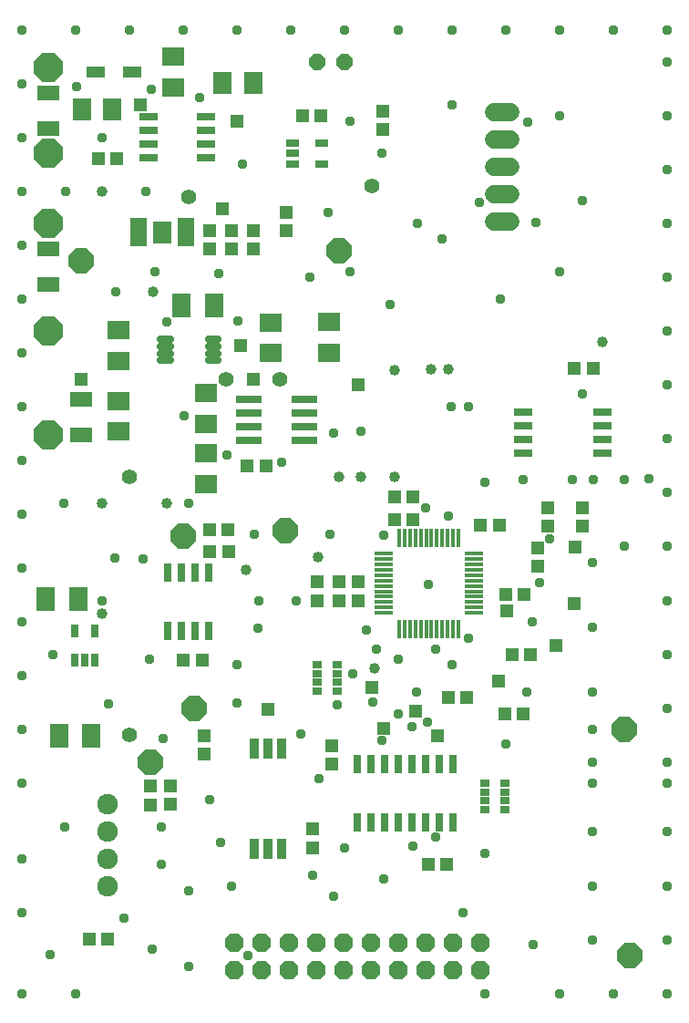
<source format=gbr>
G04 EAGLE Gerber RS-274X export*
G75*
%MOMM*%
%FSLAX34Y34*%
%LPD*%
%INSoldermask Top*%
%IPPOS*%
%AMOC8*
5,1,8,0,0,1.08239X$1,22.5*%
G01*
%ADD10R,1.703200X2.203200*%
%ADD11R,1.253200X1.283200*%
%ADD12R,1.283200X1.253200*%
%ADD13R,1.741400X0.771200*%
%ADD14R,1.803200X1.003200*%
%ADD15R,2.403200X0.803200*%
%ADD16R,0.853200X1.853200*%
%ADD17P,1.869504X8X202.500000*%
%ADD18C,1.727200*%
%ADD19P,1.649562X8X202.500000*%
%ADD20R,2.006200X1.803200*%
%ADD21R,1.303200X1.203200*%
%ADD22R,1.203200X1.303200*%
%ADD23R,0.811800X0.672800*%
%ADD24R,1.803200X2.006200*%
%ADD25R,1.665200X0.442600*%
%ADD26R,0.442600X1.665200*%
%ADD27R,0.671200X1.175500*%
%ADD28R,0.771200X1.658100*%
%ADD29C,1.917700*%
%ADD30C,0.653200*%
%ADD31R,1.531100X0.644200*%
%ADD32R,1.773200X2.093200*%
%ADD33R,1.716000X0.745800*%
%ADD34R,1.175500X0.671200*%
%ADD35R,2.003200X1.403200*%
%ADD36P,2.969212X8X22.500000*%
%ADD37R,1.203200X1.203200*%
%ADD38P,2.556822X8X22.500000*%
%ADD39C,0.959600*%
%ADD40C,1.403200*%
%ADD41C,1.009600*%


D10*
X69600Y244000D03*
X39600Y244000D03*
D11*
X351150Y444600D03*
X368650Y444600D03*
D12*
X279400Y387210D03*
X279400Y369710D03*
X299600Y387190D03*
X299600Y369690D03*
X317500Y387210D03*
X317500Y369710D03*
D11*
X214550Y494600D03*
X232050Y494600D03*
D10*
X183800Y644000D03*
X153800Y644000D03*
D11*
X536250Y585400D03*
X518750Y585400D03*
D12*
X275400Y140330D03*
X275400Y157830D03*
X293330Y235390D03*
X293330Y217890D03*
D10*
X57450Y371070D03*
X27450Y371070D03*
D11*
X179440Y435800D03*
X196940Y435800D03*
X179550Y415400D03*
X197050Y415400D03*
X155550Y314600D03*
X173050Y314600D03*
X85250Y55400D03*
X67750Y55400D03*
D12*
X124630Y197850D03*
X124630Y180350D03*
X143610Y197880D03*
X143610Y180380D03*
D11*
X351250Y466270D03*
X368750Y466270D03*
D13*
X122603Y818850D03*
X122603Y806150D03*
X122603Y793450D03*
X122603Y780750D03*
X176197Y780750D03*
X176197Y793450D03*
X176197Y806150D03*
X176197Y818850D03*
D14*
X73510Y860940D03*
X107510Y860940D03*
D15*
X267900Y530950D03*
X215900Y530950D03*
X267900Y518250D03*
X267900Y543650D03*
X267900Y556350D03*
X215900Y518250D03*
X215900Y543650D03*
X215900Y556350D03*
D16*
X246390Y232170D03*
X233690Y232170D03*
X220990Y232170D03*
X220990Y139170D03*
X233690Y139170D03*
X246390Y139170D03*
D17*
X431000Y26900D03*
X405600Y26900D03*
X380200Y26900D03*
X354800Y26900D03*
X329400Y26900D03*
X304000Y26900D03*
X278600Y26900D03*
X253200Y26900D03*
X227800Y26900D03*
X202400Y26900D03*
X431000Y52300D03*
X405600Y52300D03*
X380200Y52300D03*
X354800Y52300D03*
X329400Y52300D03*
X304000Y52300D03*
X278600Y52300D03*
X253200Y52300D03*
X227800Y52300D03*
X202400Y52300D03*
D18*
X444080Y722000D02*
X459320Y722000D01*
X459320Y747400D02*
X444080Y747400D01*
X444080Y772800D02*
X459320Y772800D01*
X459320Y798200D02*
X444080Y798200D01*
X444080Y823600D02*
X459320Y823600D01*
D19*
X305300Y870200D03*
X279900Y870200D03*
D20*
X95200Y621120D03*
X95200Y592680D03*
D21*
X484500Y418900D03*
X484500Y401900D03*
X494030Y455800D03*
X494030Y438800D03*
X525970Y438860D03*
X525970Y455860D03*
D22*
X460460Y319800D03*
X477460Y319800D03*
X454800Y375300D03*
X471800Y375300D03*
X471000Y264700D03*
X454000Y264700D03*
X383200Y125300D03*
X400200Y125300D03*
D21*
X174700Y227400D03*
X174700Y244400D03*
D20*
X95200Y555420D03*
X95200Y526980D03*
D23*
X435272Y200182D03*
X435272Y192054D03*
X435272Y183926D03*
X435272Y175798D03*
X454188Y175798D03*
X454188Y183926D03*
X454188Y192054D03*
X454188Y200182D03*
X298558Y286008D03*
X298558Y294136D03*
X298558Y302264D03*
X298558Y310392D03*
X279642Y310392D03*
X279642Y302264D03*
X279642Y294136D03*
X279642Y286008D03*
D20*
X176000Y478180D03*
X176000Y506620D03*
X176000Y533980D03*
X176000Y562420D03*
X236000Y599780D03*
X236000Y628220D03*
X290510Y628270D03*
X290510Y599830D03*
D24*
X89420Y826000D03*
X60980Y826000D03*
D20*
X146000Y846380D03*
X146000Y874820D03*
D21*
X340300Y823900D03*
X340300Y806900D03*
D25*
X341136Y413400D03*
X341136Y408400D03*
X341136Y403400D03*
X341136Y398400D03*
X341136Y393400D03*
X341136Y388400D03*
X341136Y383400D03*
X341136Y378400D03*
X341136Y373400D03*
X341136Y368400D03*
X341136Y363400D03*
X341136Y358400D03*
D26*
X355800Y343736D03*
X360800Y343736D03*
X365800Y343736D03*
X370800Y343736D03*
X375800Y343736D03*
X380800Y343736D03*
X385800Y343736D03*
X390800Y343736D03*
X395800Y343736D03*
X400800Y343736D03*
X405800Y343736D03*
X410800Y343736D03*
D25*
X425464Y358400D03*
X425464Y363400D03*
X425464Y368400D03*
X425464Y373400D03*
X425464Y378400D03*
X425464Y383400D03*
X425464Y388400D03*
X425464Y393400D03*
X425464Y398400D03*
X425464Y403400D03*
X425464Y408400D03*
X425464Y413400D03*
D26*
X410800Y428064D03*
X405800Y428064D03*
X400800Y428064D03*
X395800Y428064D03*
X390800Y428064D03*
X385800Y428064D03*
X380800Y428064D03*
X375800Y428064D03*
X370800Y428064D03*
X365800Y428064D03*
X360800Y428064D03*
X355800Y428064D03*
D27*
X54400Y314276D03*
X63900Y314276D03*
X73400Y314276D03*
X73400Y341525D03*
X54400Y341525D03*
D28*
X141150Y341487D03*
X153850Y341487D03*
X166550Y341487D03*
X179250Y341487D03*
X179250Y395913D03*
X166550Y395913D03*
X153850Y395913D03*
X141150Y395913D03*
D29*
X84900Y105000D03*
X84900Y130400D03*
X84900Y155800D03*
X84900Y181200D03*
D30*
X134150Y612450D02*
X143150Y612450D01*
X143150Y605950D02*
X134150Y605950D01*
X134150Y599450D02*
X143150Y599450D01*
X143150Y592950D02*
X134150Y592950D01*
X178650Y592950D02*
X187650Y592950D01*
X187650Y599450D02*
X178650Y599450D01*
X178650Y605950D02*
X187650Y605950D01*
X187650Y612450D02*
X178650Y612450D01*
D31*
X113667Y721550D03*
X113667Y715050D03*
X113667Y708550D03*
X113667Y702050D03*
X157933Y702050D03*
X157933Y708550D03*
X157933Y715050D03*
X157933Y721550D03*
D32*
X135800Y711800D03*
D33*
X471351Y544550D03*
X471351Y531850D03*
X471351Y519150D03*
X471351Y506450D03*
X544249Y506450D03*
X544249Y519150D03*
X544249Y531850D03*
X544249Y544550D03*
D28*
X317050Y163987D03*
X329750Y163987D03*
X342450Y163987D03*
X355150Y163987D03*
X367850Y163987D03*
X380550Y163987D03*
X393250Y163987D03*
X405950Y163987D03*
X405950Y218413D03*
X393250Y218413D03*
X380550Y218413D03*
X367850Y218413D03*
X355150Y218413D03*
X342450Y218413D03*
X329750Y218413D03*
X317050Y218413D03*
D11*
X265650Y819910D03*
X283150Y819910D03*
D34*
X256376Y794500D03*
X256376Y785000D03*
X256376Y775500D03*
X283625Y775500D03*
X283625Y794500D03*
D21*
X251200Y730400D03*
X251200Y713400D03*
D12*
X180000Y713750D03*
X180000Y696250D03*
X200000Y713750D03*
X200000Y696250D03*
X220000Y713750D03*
X220000Y696250D03*
D11*
X93750Y780000D03*
X76250Y780000D03*
D35*
X60000Y556500D03*
X60000Y523500D03*
X30000Y841500D03*
X30000Y808500D03*
X30000Y696500D03*
X30000Y663500D03*
D36*
X30000Y523810D03*
X30000Y620000D03*
X30000Y865000D03*
X30000Y785000D03*
X30000Y720000D03*
D11*
X401250Y280000D03*
X418750Y280000D03*
X431250Y440000D03*
X448750Y440000D03*
D37*
X341630Y250780D03*
X330200Y289280D03*
X370840Y266820D03*
X391080Y244440D03*
X220000Y575000D03*
X60000Y575000D03*
X208280Y607040D03*
X317500Y570610D03*
X115000Y830000D03*
X205000Y815000D03*
X191770Y733830D03*
X448310Y294810D03*
X455930Y359980D03*
X519430Y419200D03*
X501730Y328320D03*
X518160Y366660D03*
X233730Y268840D03*
D24*
X191810Y850870D03*
X220250Y850870D03*
D38*
X125000Y220000D03*
X165000Y270000D03*
X155000Y430000D03*
X565000Y250000D03*
X570000Y40000D03*
X300000Y695000D03*
X60000Y685000D03*
X250000Y435000D03*
D39*
X225000Y370000D03*
X260000Y370000D03*
X160000Y100000D03*
X160000Y30000D03*
X435000Y5000D03*
X5000Y130000D03*
X5000Y80000D03*
X5000Y5000D03*
X55000Y5000D03*
X605000Y5000D03*
X555000Y5000D03*
X505000Y5000D03*
X605000Y55000D03*
X605000Y105000D03*
X605000Y155000D03*
X605000Y200000D03*
X535000Y200000D03*
X535000Y155000D03*
X535000Y105000D03*
X535000Y55000D03*
X435000Y135000D03*
X415000Y80000D03*
X295000Y95000D03*
X200000Y105000D03*
X135000Y125000D03*
X341630Y111760D03*
X368740Y141460D03*
X480000Y50000D03*
X190000Y145000D03*
X215000Y40000D03*
X305000Y140000D03*
X390000Y150000D03*
D40*
X195000Y575000D03*
X245000Y575000D03*
D41*
X213725Y398725D03*
X280670Y410000D03*
D39*
X474980Y814070D03*
X205000Y310000D03*
X205000Y275000D03*
X420000Y550000D03*
X404224Y550000D03*
X535000Y250000D03*
X535000Y285000D03*
X535000Y345000D03*
X535000Y405000D03*
X535940Y482600D03*
X471351Y482600D03*
X516890Y482600D03*
X565150Y482600D03*
X535000Y220000D03*
X46250Y750000D03*
X180000Y185000D03*
X605000Y220000D03*
X605000Y270000D03*
X605000Y320000D03*
X605000Y370000D03*
X605000Y420000D03*
X605000Y470000D03*
X605000Y520000D03*
X605000Y570000D03*
X605000Y620000D03*
X605000Y670000D03*
X605000Y720000D03*
X605000Y770000D03*
X605000Y820000D03*
X605000Y870000D03*
X605000Y900000D03*
X555000Y900000D03*
X505000Y900000D03*
X455000Y900000D03*
X405000Y900000D03*
X355000Y900000D03*
X305000Y900000D03*
X255000Y900000D03*
X205000Y900000D03*
X155000Y900000D03*
X105000Y900000D03*
X55000Y900000D03*
X5000Y900000D03*
X5000Y850000D03*
X5000Y800000D03*
X5000Y750000D03*
X5000Y700000D03*
X5000Y650000D03*
X5000Y600000D03*
X5000Y550000D03*
X5000Y500000D03*
X5000Y450000D03*
X5000Y400000D03*
X5000Y350000D03*
X5000Y300000D03*
X5000Y250000D03*
X5000Y200000D03*
X45000Y160000D03*
X120000Y750000D03*
X405000Y830000D03*
X505000Y820000D03*
X505000Y675000D03*
X450000Y650000D03*
X435000Y480000D03*
X565000Y420000D03*
X420370Y335280D03*
X382640Y385090D03*
X272640Y670090D03*
X347640Y645090D03*
X341730Y430620D03*
X291290Y431150D03*
X221290Y431150D03*
X118130Y408820D03*
X92030Y409030D03*
X92200Y656890D03*
X129200Y674990D03*
X44200Y459990D03*
X34200Y319990D03*
X124200Y314990D03*
X264630Y246370D03*
X454630Y236370D03*
X587640Y482700D03*
X295000Y525000D03*
X320040Y527050D03*
X246420Y498620D03*
X139930Y628460D03*
X170180Y836930D03*
X331100Y275690D03*
X371740Y284580D03*
X381900Y256720D03*
X380630Y456030D03*
X372740Y719850D03*
X125910Y844640D03*
X280910Y204640D03*
X224430Y343810D03*
X401814Y448310D03*
X80000Y800000D03*
X210000Y775000D03*
X310000Y815000D03*
X195580Y505460D03*
X206320Y629110D03*
X188010Y673480D03*
X85640Y274070D03*
X479170Y350040D03*
X474170Y285040D03*
X526220Y561380D03*
X526220Y741380D03*
X126220Y46380D03*
X31220Y41380D03*
X136220Y241380D03*
X156220Y541380D03*
X495840Y426860D03*
X485840Y386860D03*
X135000Y160000D03*
X55880Y847090D03*
D41*
X80000Y750000D03*
X79375Y357505D03*
X351250Y583750D03*
X80000Y460000D03*
X140000Y460000D03*
X300000Y485000D03*
X320000Y485000D03*
X351250Y485000D03*
X385286Y585000D03*
X401556Y585000D03*
X544249Y610000D03*
D39*
X160000Y460000D03*
X80000Y370000D03*
X482600Y721360D03*
D40*
X105000Y245000D03*
X330000Y755000D03*
X105000Y485000D03*
X160000Y745000D03*
D39*
X275000Y115000D03*
X100000Y75000D03*
X430000Y740000D03*
X355000Y265000D03*
X355000Y315000D03*
X335000Y325000D03*
X390000Y325000D03*
X312420Y302260D03*
X367850Y252850D03*
D41*
X332740Y307340D03*
X127540Y656270D03*
D39*
X290000Y730000D03*
X405000Y310000D03*
X340000Y785000D03*
X395525Y705405D03*
X298450Y273050D03*
X340000Y240000D03*
X325120Y342900D03*
X310000Y675000D03*
M02*

</source>
